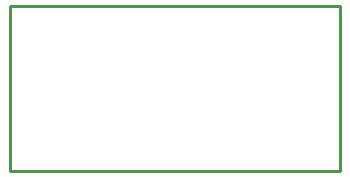
<source format=gm1>
G04*
G04 #@! TF.GenerationSoftware,Altium Limited,Altium Designer,22.11.1 (43)*
G04*
G04 Layer_Color=16711935*
%FSLAX23Y23*%
%MOIN*%
G70*
G04*
G04 #@! TF.SameCoordinates,F1E3784D-8C2B-4C05-8135-D49735668F0E*
G04*
G04*
G04 #@! TF.FilePolarity,Positive*
G04*
G01*
G75*
%ADD14C,0.010*%
D14*
X1575Y4764D02*
X2677Y4764D01*
X2677Y4213D02*
X2677Y4764D01*
X1575Y4213D02*
X2677Y4213D01*
X1575Y4213D02*
X1575Y4764D01*
M02*

</source>
